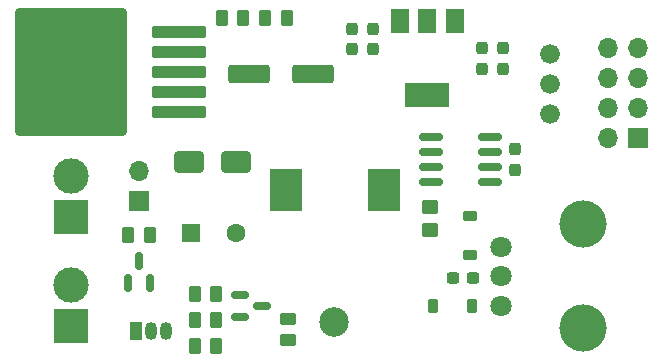
<source format=gbr>
%TF.GenerationSoftware,KiCad,Pcbnew,7.0.8*%
%TF.CreationDate,2024-04-14T20:32:09+02:00*%
%TF.ProjectId,LED_Driver,4c45445f-4472-4697-9665-722e6b696361,rev?*%
%TF.SameCoordinates,Original*%
%TF.FileFunction,Soldermask,Top*%
%TF.FilePolarity,Negative*%
%FSLAX46Y46*%
G04 Gerber Fmt 4.6, Leading zero omitted, Abs format (unit mm)*
G04 Created by KiCad (PCBNEW 7.0.8) date 2024-04-14 20:32:09*
%MOMM*%
%LPD*%
G01*
G04 APERTURE LIST*
G04 Aperture macros list*
%AMRoundRect*
0 Rectangle with rounded corners*
0 $1 Rounding radius*
0 $2 $3 $4 $5 $6 $7 $8 $9 X,Y pos of 4 corners*
0 Add a 4 corners polygon primitive as box body*
4,1,4,$2,$3,$4,$5,$6,$7,$8,$9,$2,$3,0*
0 Add four circle primitives for the rounded corners*
1,1,$1+$1,$2,$3*
1,1,$1+$1,$4,$5*
1,1,$1+$1,$6,$7*
1,1,$1+$1,$8,$9*
0 Add four rect primitives between the rounded corners*
20,1,$1+$1,$2,$3,$4,$5,0*
20,1,$1+$1,$4,$5,$6,$7,0*
20,1,$1+$1,$6,$7,$8,$9,0*
20,1,$1+$1,$8,$9,$2,$3,0*%
G04 Aperture macros list end*
%ADD10R,2.700000X3.600000*%
%ADD11C,2.500000*%
%ADD12C,1.676400*%
%ADD13RoundRect,0.250000X0.262500X0.450000X-0.262500X0.450000X-0.262500X-0.450000X0.262500X-0.450000X0*%
%ADD14R,1.050000X1.500000*%
%ADD15O,1.050000X1.500000*%
%ADD16RoundRect,0.150000X0.150000X-0.587500X0.150000X0.587500X-0.150000X0.587500X-0.150000X-0.587500X0*%
%ADD17RoundRect,0.250000X-0.450000X0.262500X-0.450000X-0.262500X0.450000X-0.262500X0.450000X0.262500X0*%
%ADD18RoundRect,0.250000X1.500000X0.550000X-1.500000X0.550000X-1.500000X-0.550000X1.500000X-0.550000X0*%
%ADD19R,1.600000X1.600000*%
%ADD20C,1.600000*%
%ADD21RoundRect,0.237500X0.237500X-0.300000X0.237500X0.300000X-0.237500X0.300000X-0.237500X-0.300000X0*%
%ADD22RoundRect,0.237500X-0.237500X0.300000X-0.237500X-0.300000X0.237500X-0.300000X0.237500X0.300000X0*%
%ADD23RoundRect,0.250000X-0.262500X-0.450000X0.262500X-0.450000X0.262500X0.450000X-0.262500X0.450000X0*%
%ADD24R,1.700000X1.700000*%
%ADD25O,1.700000X1.700000*%
%ADD26R,3.000000X3.000000*%
%ADD27C,3.000000*%
%ADD28R,1.500000X2.000000*%
%ADD29R,3.800000X2.000000*%
%ADD30RoundRect,0.237500X0.300000X0.237500X-0.300000X0.237500X-0.300000X-0.237500X0.300000X-0.237500X0*%
%ADD31RoundRect,0.250000X1.000000X0.650000X-1.000000X0.650000X-1.000000X-0.650000X1.000000X-0.650000X0*%
%ADD32RoundRect,0.225000X-0.375000X0.225000X-0.375000X-0.225000X0.375000X-0.225000X0.375000X0.225000X0*%
%ADD33RoundRect,0.150000X-0.825000X-0.150000X0.825000X-0.150000X0.825000X0.150000X-0.825000X0.150000X0*%
%ADD34RoundRect,0.150000X-0.587500X-0.150000X0.587500X-0.150000X0.587500X0.150000X-0.587500X0.150000X0*%
%ADD35RoundRect,0.225000X0.225000X0.375000X-0.225000X0.375000X-0.225000X-0.375000X0.225000X-0.375000X0*%
%ADD36RoundRect,0.250000X2.050000X0.300000X-2.050000X0.300000X-2.050000X-0.300000X2.050000X-0.300000X0*%
%ADD37RoundRect,0.250002X4.449998X5.149998X-4.449998X5.149998X-4.449998X-5.149998X4.449998X-5.149998X0*%
%ADD38RoundRect,0.250000X-0.450000X0.350000X-0.450000X-0.350000X0.450000X-0.350000X0.450000X0.350000X0*%
%ADD39C,4.000000*%
%ADD40C,1.800000*%
G04 APERTURE END LIST*
D10*
%TO.C,L1*%
X123450000Y-115800000D03*
X131750000Y-115800000D03*
%TD*%
D11*
%TO.C,H1*%
X127500000Y-127000000D03*
%TD*%
D12*
%TO.C,SW2*%
X145800000Y-109340000D03*
X145800000Y-106800000D03*
X145800000Y-104260000D03*
%TD*%
D13*
%TO.C,R4*%
X111912500Y-119600000D03*
X110087500Y-119600000D03*
%TD*%
D14*
%TO.C,Q2*%
X110730000Y-127760000D03*
D15*
X112000000Y-127760000D03*
X113270000Y-127760000D03*
%TD*%
D13*
%TO.C,R6*%
X117512500Y-126800000D03*
X115687500Y-126800000D03*
%TD*%
D16*
%TO.C,Q1*%
X110050000Y-123675000D03*
X111950000Y-123675000D03*
X111000000Y-121800000D03*
%TD*%
D17*
%TO.C,R8*%
X123600000Y-126687500D03*
X123600000Y-128512500D03*
%TD*%
D18*
%TO.C,C2*%
X125700000Y-106000000D03*
X120300000Y-106000000D03*
%TD*%
D19*
%TO.C,C1*%
X115397349Y-119400000D03*
D20*
X119197349Y-119400000D03*
%TD*%
D21*
%TO.C,C4*%
X142800000Y-114062500D03*
X142800000Y-112337500D03*
%TD*%
D13*
%TO.C,R5*%
X123512500Y-101200000D03*
X121687500Y-101200000D03*
%TD*%
D22*
%TO.C,C7*%
X130800000Y-102137500D03*
X130800000Y-103862500D03*
%TD*%
D23*
%TO.C,R1*%
X117975000Y-101200000D03*
X119800000Y-101200000D03*
%TD*%
D24*
%TO.C,SW1*%
X111000000Y-116675000D03*
D25*
X111000000Y-114135000D03*
%TD*%
D26*
%TO.C,J1*%
X105200000Y-118100000D03*
D27*
X105200000Y-114600000D03*
%TD*%
D28*
%TO.C,U3*%
X133100000Y-101450000D03*
D29*
X135400000Y-107750000D03*
D28*
X135400000Y-101450000D03*
X137700000Y-101450000D03*
%TD*%
D30*
%TO.C,C5*%
X139262500Y-123200000D03*
X137537500Y-123200000D03*
%TD*%
D31*
%TO.C,D1*%
X119200000Y-113400000D03*
X115200000Y-113400000D03*
%TD*%
D32*
%TO.C,D3*%
X139000000Y-117950000D03*
X139000000Y-121250000D03*
%TD*%
D24*
%TO.C,U4*%
X153200000Y-111420000D03*
D25*
X150660000Y-111420000D03*
X153200000Y-108880000D03*
X150660000Y-108880000D03*
X153200000Y-106340000D03*
X150660000Y-106340000D03*
X153200000Y-103800000D03*
X150660000Y-103800000D03*
%TD*%
D33*
%TO.C,U2*%
X135725000Y-111295000D03*
X135725000Y-112565000D03*
X135725000Y-113835000D03*
X135725000Y-115105000D03*
X140675000Y-115105000D03*
X140675000Y-113835000D03*
X140675000Y-112565000D03*
X140675000Y-111295000D03*
%TD*%
D21*
%TO.C,C8*%
X140000000Y-105525000D03*
X140000000Y-103800000D03*
%TD*%
D22*
%TO.C,C6*%
X129000000Y-103862500D03*
X129000000Y-102137500D03*
%TD*%
D34*
%TO.C,Q3*%
X119525000Y-124650000D03*
X119525000Y-126550000D03*
X121400000Y-125600000D03*
%TD*%
D21*
%TO.C,C9*%
X141800000Y-105525000D03*
X141800000Y-103800000D03*
%TD*%
D23*
%TO.C,R7*%
X115687500Y-129000000D03*
X117512500Y-129000000D03*
%TD*%
D35*
%TO.C,D2*%
X139200000Y-125600000D03*
X135900000Y-125600000D03*
%TD*%
D27*
%TO.C,J2*%
X105200000Y-123800000D03*
D26*
X105200000Y-127300000D03*
%TD*%
D36*
%TO.C,U1*%
X114400000Y-109200000D03*
X114400000Y-107500000D03*
X114400000Y-105800000D03*
D37*
X105250000Y-105800000D03*
D36*
X114400000Y-104100000D03*
X114400000Y-102400000D03*
%TD*%
D38*
%TO.C,R2*%
X135600000Y-117200000D03*
X135600000Y-119200000D03*
%TD*%
D39*
%TO.C,RV1*%
X148600000Y-118700000D03*
X148600000Y-127500000D03*
D40*
X141600000Y-125600000D03*
X141600000Y-123100000D03*
X141600000Y-120600000D03*
%TD*%
D13*
%TO.C,R3*%
X117512500Y-124600000D03*
X115687500Y-124600000D03*
%TD*%
M02*

</source>
